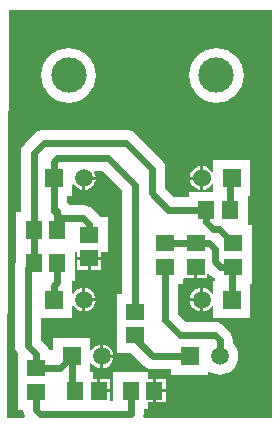
<source format=gtl>
G04*
G04 #@! TF.GenerationSoftware,Altium Limited,Altium Designer,18.0.9 (584)*
G04*
G04 Layer_Physical_Order=1*
G04 Layer_Color=255*
%FSLAX25Y25*%
%MOIN*%
G70*
G01*
G75*
%ADD10R,0.05512X0.05906*%
%ADD11R,0.05906X0.05512*%
%ADD12C,0.02362*%
%ADD13C,0.06000*%
%ADD14R,0.05906X0.05906*%
%ADD15C,0.05906*%
%ADD16C,0.11811*%
G36*
X0Y355D02*
X353Y0D01*
X5931D01*
X6152Y448D01*
X6058Y572D01*
X5621Y1625D01*
X5472Y2756D01*
X3738D01*
Y10630D01*
Y21263D01*
X3302Y21832D01*
X2865Y22885D01*
X2716Y24016D01*
Y50000D01*
X2865Y51130D01*
X3148Y51812D01*
Y56496D01*
Y68701D01*
X4685D01*
Y88189D01*
X4834Y89319D01*
X5270Y90373D01*
X5964Y91278D01*
X9508Y94821D01*
X10412Y95515D01*
X11466Y95951D01*
X12596Y96100D01*
X39762D01*
X40892Y95951D01*
X41946Y95515D01*
X42850Y94821D01*
X47969Y89703D01*
X47969Y89703D01*
X51512Y86160D01*
X52206Y85255D01*
X52642Y84201D01*
X52791Y83071D01*
Y76613D01*
X55744Y73659D01*
X60628D01*
Y75394D01*
X68896D01*
Y77719D01*
X68664Y77828D01*
X68396Y77856D01*
X67817Y77102D01*
X66991Y76468D01*
X66030Y76070D01*
X65498Y76000D01*
Y79921D01*
Y83842D01*
X66030Y83772D01*
X66991Y83374D01*
X67817Y82740D01*
X68396Y81986D01*
X68664Y82015D01*
X68896Y82123D01*
Y86024D01*
X81100D01*
Y73819D01*
X80313D01*
Y64173D01*
X81691D01*
Y52362D01*
Y44488D01*
X81100D01*
Y33268D01*
X68896D01*
Y37168D01*
X68664Y37277D01*
X68396Y37305D01*
X67817Y36551D01*
X66991Y35917D01*
X66030Y35519D01*
X65498Y35449D01*
Y39370D01*
Y43291D01*
X66030Y43221D01*
X66991Y42823D01*
X67817Y42189D01*
X68396Y41435D01*
X68664Y41464D01*
X68896Y41572D01*
Y45472D01*
X69486D01*
Y46440D01*
X69074Y46611D01*
X68169Y47305D01*
X67405Y48069D01*
X66943Y47878D01*
Y46638D01*
X63490D01*
Y50394D01*
X62490D01*
Y46638D01*
X59037D01*
X58856Y46213D01*
Y44488D01*
X57122D01*
Y34486D01*
X59681Y31927D01*
X69289D01*
X70420Y31778D01*
X71473Y31342D01*
X72378Y30648D01*
X74110Y28916D01*
X74804Y28011D01*
X75241Y26957D01*
X75390Y25827D01*
Y24769D01*
X76120Y23879D01*
X76687Y22819D01*
X77036Y21669D01*
X77153Y20472D01*
X77036Y19276D01*
X76687Y18126D01*
X76120Y17066D01*
X75358Y16137D01*
X74428Y15374D01*
X73368Y14807D01*
X72218Y14458D01*
X71022Y14341D01*
X69825Y14458D01*
X68675Y14807D01*
X67615Y15374D01*
X67576Y15406D01*
X67124Y15192D01*
Y14370D01*
X54919D01*
Y16104D01*
X48817D01*
X47686Y16253D01*
X46633Y16690D01*
X45728Y17384D01*
X41458Y21654D01*
X36809D01*
Y29528D01*
Y41339D01*
X38543D01*
Y75750D01*
X32047Y82246D01*
X29521D01*
X29269Y81746D01*
X29597Y80953D01*
X29667Y80421D01*
X25746D01*
Y79921D01*
X25246D01*
Y76000D01*
X24714Y76070D01*
X23753Y76468D01*
X22927Y77102D01*
X22348Y77856D01*
X22080Y77828D01*
X21848Y77719D01*
Y73819D01*
X20114D01*
Y71858D01*
X20710Y71082D01*
X20784Y70903D01*
X25589D01*
X26719Y70755D01*
X27773Y70318D01*
X28677Y69624D01*
X30646Y67656D01*
X31203Y66929D01*
X33659D01*
Y55118D01*
X31510D01*
Y53650D01*
X23604D01*
Y55118D01*
X22833D01*
Y45472D01*
X21848D01*
Y41572D01*
X22080Y41464D01*
X22348Y41435D01*
X22927Y42189D01*
X23753Y42823D01*
X24714Y43221D01*
X25246Y43291D01*
Y39370D01*
X25746D01*
D01*
X25246D01*
Y35449D01*
X24714Y35519D01*
X23753Y35917D01*
X22927Y36551D01*
X22348Y37305D01*
X22080Y37277D01*
X21848Y37168D01*
Y33268D01*
X11453D01*
Y25825D01*
X12929Y24349D01*
X13623Y23444D01*
X14039Y22441D01*
X15549D01*
Y26575D01*
X27754D01*
Y22674D01*
X27985Y22566D01*
X28254Y22538D01*
X28832Y23292D01*
X29658Y23925D01*
X30620Y24323D01*
X31152Y24394D01*
Y20472D01*
Y16551D01*
X30620Y16621D01*
X29658Y17020D01*
X28832Y17653D01*
X28254Y18407D01*
X27985Y18379D01*
X27754Y18271D01*
Y15157D01*
X28738D01*
Y13008D01*
X30207D01*
Y9055D01*
X30707D01*
Y8555D01*
X34462D01*
Y5746D01*
X35431D01*
Y15157D01*
X47242D01*
Y13008D01*
X48711D01*
Y9055D01*
Y5102D01*
X47242D01*
Y2953D01*
X45705D01*
Y1181D01*
X45615Y500D01*
X46053Y0D01*
X88581D01*
Y135827D01*
X785D01*
X0Y355D01*
D02*
G37*
%LPC*%
G36*
X20667Y123272D02*
X22442Y123097D01*
X24149Y122580D01*
X25722Y121739D01*
X27101Y120607D01*
X28233Y119228D01*
X29074Y117655D01*
X29591Y115948D01*
X29766Y114173D01*
X29591Y112398D01*
X29074Y110691D01*
X28233Y109118D01*
X27101Y107739D01*
X25722Y106608D01*
X24149Y105767D01*
X22442Y105249D01*
X20667Y105074D01*
X18892Y105249D01*
X17185Y105767D01*
X15612Y106608D01*
X14233Y107739D01*
X13102Y109118D01*
X12261Y110691D01*
X11743Y112398D01*
X11568Y114173D01*
X11743Y115948D01*
X12261Y117655D01*
X13102Y119228D01*
X14233Y120607D01*
X15612Y121739D01*
X17185Y122580D01*
X18892Y123097D01*
X20667Y123272D01*
D02*
G37*
G36*
X69880D02*
X71655Y123097D01*
X73362Y122580D01*
X74935Y121739D01*
X76314Y120607D01*
X77445Y119228D01*
X78286Y117655D01*
X78804Y115948D01*
X78979Y114173D01*
X78804Y112398D01*
X78286Y110691D01*
X77445Y109118D01*
X76314Y107739D01*
X74935Y106608D01*
X73362Y105767D01*
X71655Y105249D01*
X69880Y105074D01*
X68105Y105249D01*
X66398Y105767D01*
X64825Y106608D01*
X63446Y107739D01*
X62314Y109118D01*
X61474Y110691D01*
X60956Y112398D01*
X60781Y114173D01*
X60956Y115948D01*
X61474Y117655D01*
X62314Y119228D01*
X63446Y120607D01*
X64825Y121739D01*
X66398Y122580D01*
X68105Y123097D01*
X69880Y123272D01*
D02*
G37*
G36*
X64498Y83842D02*
Y80421D01*
X61077D01*
X61147Y80953D01*
X61545Y81915D01*
X62179Y82740D01*
X63004Y83374D01*
X63966Y83772D01*
X64498Y83842D01*
D02*
G37*
G36*
X61077Y79421D02*
X64498D01*
Y76000D01*
X63966Y76070D01*
X63004Y76468D01*
X62179Y77102D01*
X61545Y77928D01*
X61147Y78889D01*
X61077Y79421D01*
D02*
G37*
G36*
X26246D02*
X29667D01*
X29597Y78889D01*
X29199Y77928D01*
X28565Y77102D01*
X27739Y76468D01*
X26778Y76070D01*
X26246Y76000D01*
Y79421D01*
D02*
G37*
G36*
X23604Y52650D02*
X27057D01*
Y49394D01*
X23604D01*
Y52650D01*
D02*
G37*
G36*
X28057D02*
X31510D01*
Y49394D01*
X28057D01*
Y52650D01*
D02*
G37*
G36*
X64498Y43291D02*
Y39870D01*
X61077D01*
X61147Y40402D01*
X61545Y41363D01*
X62179Y42189D01*
X63004Y42823D01*
X63966Y43221D01*
X64498Y43291D01*
D02*
G37*
G36*
X26246D02*
X26778Y43221D01*
X27739Y42823D01*
X28565Y42189D01*
X29199Y41363D01*
X29597Y40402D01*
X29667Y39870D01*
X26246D01*
Y43291D01*
D02*
G37*
G36*
X61077Y38870D02*
X64498D01*
Y35449D01*
X63966Y35519D01*
X63004Y35917D01*
X62179Y36551D01*
X61545Y37377D01*
X61147Y38338D01*
X61077Y38870D01*
D02*
G37*
G36*
X26246D02*
X29667D01*
X29597Y38338D01*
X29199Y37377D01*
X28565Y36551D01*
X27739Y35917D01*
X26778Y35519D01*
X26246Y35449D01*
Y38870D01*
D02*
G37*
G36*
X32151Y24394D02*
X32683Y24323D01*
X33645Y23925D01*
X34471Y23292D01*
X35104Y22466D01*
X35502Y21504D01*
X35572Y20972D01*
X32151D01*
Y24394D01*
D02*
G37*
G36*
Y19972D02*
X35572D01*
X35502Y19441D01*
X35104Y18479D01*
X34471Y17653D01*
X33645Y17020D01*
X32683Y16621D01*
X32151Y16551D01*
Y19972D01*
D02*
G37*
G36*
X31207Y13008D02*
X34462D01*
Y9555D01*
X31207D01*
Y13008D01*
D02*
G37*
G36*
X49711D02*
X52966D01*
Y9555D01*
X49711D01*
Y13008D01*
D02*
G37*
G36*
Y8555D02*
X52966D01*
Y5102D01*
X49711D01*
Y8555D01*
D02*
G37*
%LPD*%
D10*
X9053Y62598D02*
D03*
X16927D02*
D03*
Y51575D02*
D03*
X9053D02*
D03*
X22833Y9055D02*
D03*
X30707D02*
D03*
X66533Y69291D02*
D03*
X74407D02*
D03*
X41337Y9055D02*
D03*
X49211D02*
D03*
D11*
X62990Y50394D02*
D03*
Y58268D02*
D03*
X9841Y16535D02*
D03*
Y8661D02*
D03*
X52754Y50394D02*
D03*
Y58268D02*
D03*
X42911Y35433D02*
D03*
Y27559D02*
D03*
X27557Y61024D02*
D03*
Y53150D02*
D03*
X75589Y58268D02*
D03*
Y50394D02*
D03*
D12*
Y58268D02*
X70864Y62992D01*
X68896D01*
X66533Y65354D01*
Y69291D01*
X12596Y91732D02*
X9053Y88189D01*
X39762Y91732D02*
X12596D01*
X44880Y86614D02*
X39762Y91732D01*
X44880Y86614D02*
X44880D01*
X9053Y51968D02*
X7085Y50000D01*
X21652Y8661D02*
Y17717D01*
X9053Y51968D02*
Y62598D01*
Y51575D02*
Y51968D01*
X61022Y20472D02*
X48817D01*
X42911Y26378D01*
Y27559D01*
Y35433D02*
Y77559D01*
X33856Y86614D01*
X16927D01*
X15746Y85433D01*
Y79921D02*
Y85433D01*
X16927Y45276D02*
Y51575D01*
Y45276D02*
X15746Y44094D01*
Y39370D02*
Y44094D01*
X21652Y20472D02*
X17715Y16535D01*
X9841D01*
X66533Y69291D02*
X53935D01*
X48423Y74803D01*
Y83071D01*
X44880Y86614D01*
X76770Y50000D02*
X74998Y48228D01*
Y39370D02*
Y48228D01*
X71022Y20472D02*
Y25827D01*
X69289Y27559D01*
X57872D01*
X52754Y32677D01*
Y50394D01*
X75982Y79921D02*
X74407Y78347D01*
Y69291D02*
Y78347D01*
X75589Y50394D02*
X71258D01*
X69289Y52362D01*
Y56299D01*
X67321Y58268D01*
X62990D01*
X64565D02*
X54329D01*
X9053Y62598D02*
Y88189D01*
X16927Y40551D02*
X15746Y39370D01*
X41337Y1181D02*
X41140Y1378D01*
X11218D01*
X41337Y1181D02*
Y6299D01*
X16927Y68898D02*
X15746Y70079D01*
X16927Y62598D02*
Y68898D01*
X27557Y60236D02*
Y64567D01*
X25589Y66535D01*
X18108D01*
X15746Y68898D01*
Y79921D01*
X7085Y24016D02*
Y50000D01*
X9841Y21260D02*
X7085Y24016D01*
X9841Y16535D02*
Y21260D01*
X11218Y1378D02*
X9841Y2756D01*
Y5906D01*
D13*
X64998Y79921D02*
D03*
D14*
X15746Y39370D02*
D03*
X74998Y79921D02*
D03*
X15746D02*
D03*
X74998Y39370D02*
D03*
X61022Y20472D02*
D03*
X21652D02*
D03*
D15*
X25746Y39370D02*
D03*
X64998Y79921D02*
D03*
X25746D02*
D03*
X64998Y39370D02*
D03*
X71022Y20472D02*
D03*
X31651D02*
D03*
D16*
X20667Y114173D02*
D03*
X69880D02*
D03*
M02*

</source>
